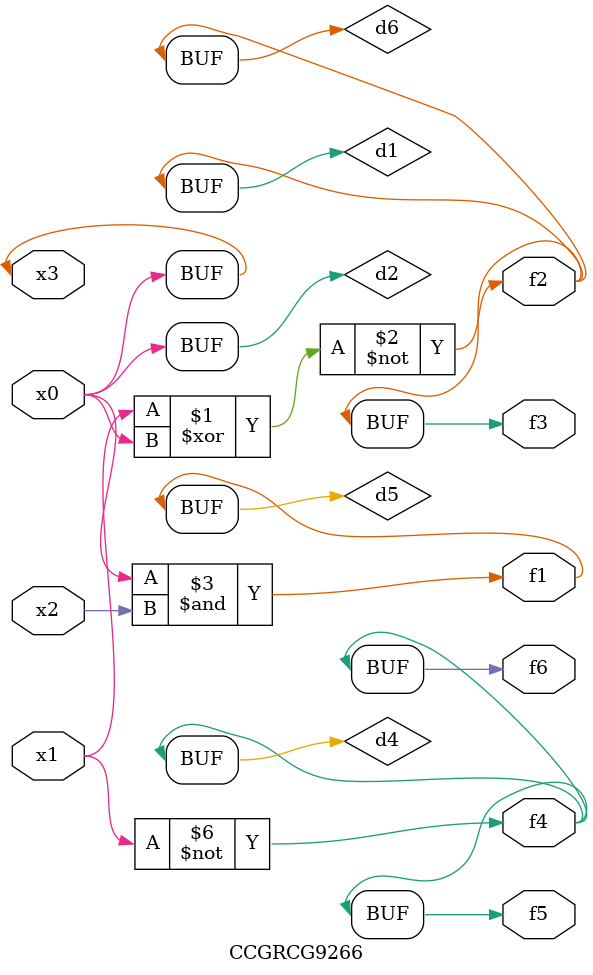
<source format=v>
module CCGRCG9266(
	input x0, x1, x2, x3,
	output f1, f2, f3, f4, f5, f6
);

	wire d1, d2, d3, d4, d5, d6;

	xnor (d1, x1, x3);
	buf (d2, x0, x3);
	nand (d3, x0, x2);
	not (d4, x1);
	nand (d5, d3);
	or (d6, d1);
	assign f1 = d5;
	assign f2 = d6;
	assign f3 = d6;
	assign f4 = d4;
	assign f5 = d4;
	assign f6 = d4;
endmodule

</source>
